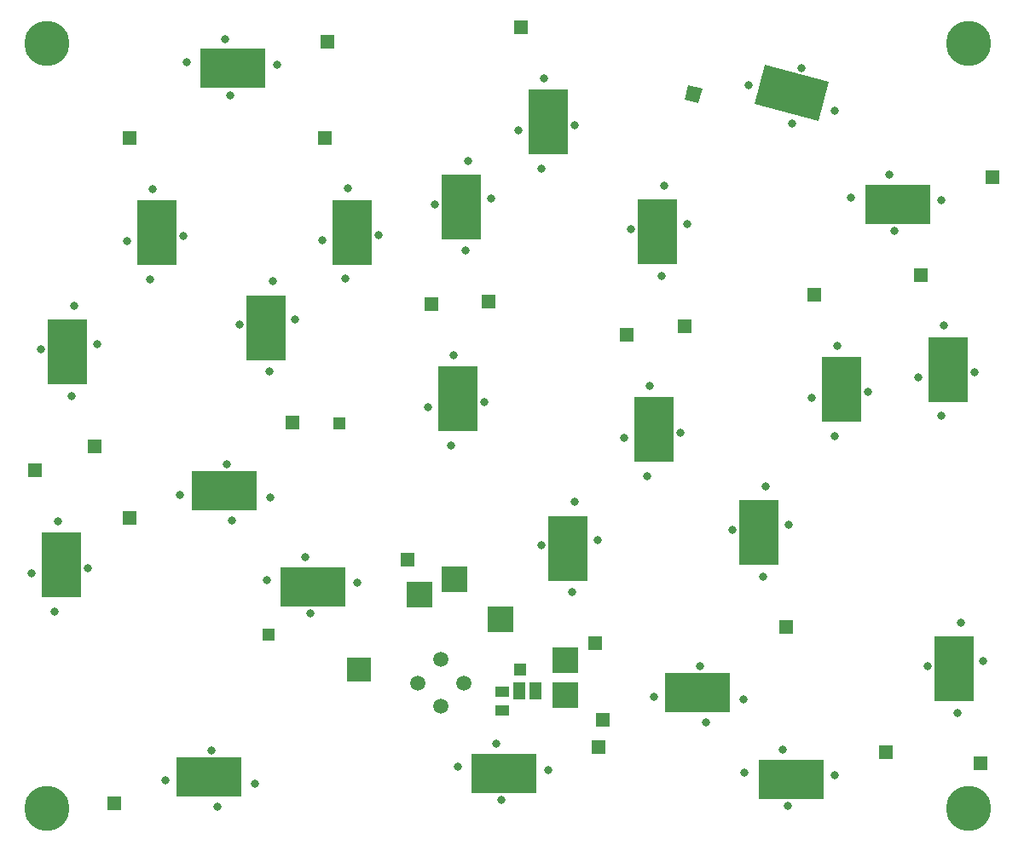
<source format=gts>
G75*
%MOIN*%
%OFA0B0*%
%FSLAX25Y25*%
%IPPOS*%
%LPD*%
%AMOC8*
5,1,8,0,0,1.08239X$1,22.5*
%
%ADD10R,0.05524X0.03950*%
%ADD11C,0.05950*%
%ADD12R,0.15800X0.25800*%
%ADD13R,0.05792X0.05792*%
%ADD14C,0.03162*%
%ADD15R,0.25800X0.15800*%
%ADD16R,0.05792X0.05792*%
%ADD17R,0.04737X0.06509*%
%ADD18R,0.04762X0.04762*%
%ADD19R,0.10249X0.10249*%
%ADD20C,0.17635*%
%ADD21R,0.09658X0.09658*%
D10*
X0225580Y0092981D03*
X0225580Y0100068D03*
D11*
X0210674Y0103650D03*
X0201643Y0094623D03*
X0192611Y0103650D03*
X0201643Y0112678D03*
D12*
X0251339Y0156320D03*
X0284702Y0202713D03*
X0325867Y0162383D03*
X0358087Y0218461D03*
X0399702Y0226335D03*
X0286221Y0280099D03*
X0243363Y0323107D03*
X0209646Y0289863D03*
X0166828Y0279957D03*
X0133111Y0242619D03*
X0090371Y0279721D03*
X0055631Y0233013D03*
X0053245Y0149721D03*
X0208206Y0214682D03*
X0402087Y0109154D03*
D13*
X0375461Y0076406D03*
X0412587Y0072154D03*
X0336367Y0125383D03*
X0261839Y0119320D03*
X0264910Y0089320D03*
X0263257Y0078650D03*
X0188611Y0151761D03*
X0143611Y0205619D03*
X0197706Y0251682D03*
X0220146Y0252863D03*
X0274202Y0239713D03*
X0296721Y0243099D03*
X0347587Y0255461D03*
X0389202Y0263335D03*
X0417115Y0301367D03*
X0232863Y0360107D03*
X0157351Y0354517D03*
X0156328Y0316957D03*
X0079871Y0316721D03*
X0066131Y0196013D03*
X0042745Y0186721D03*
X0079713Y0168335D03*
X0073887Y0056406D03*
D14*
X0093729Y0065383D03*
X0111997Y0077272D03*
X0129005Y0064280D03*
X0114044Y0055343D03*
X0150501Y0130894D03*
X0133493Y0143887D03*
X0148454Y0152824D03*
X0168769Y0142784D03*
X0134831Y0176209D03*
X0119871Y0167272D03*
X0099556Y0177312D03*
X0117824Y0189202D03*
X0134635Y0225461D03*
X0122745Y0243729D03*
X0135737Y0260737D03*
X0144674Y0245776D03*
X0164202Y0261839D03*
X0155265Y0276800D03*
X0177194Y0278847D03*
X0199280Y0290973D03*
X0212272Y0307981D03*
X0221209Y0293020D03*
X0211170Y0272706D03*
X0240737Y0304989D03*
X0231800Y0319950D03*
X0253729Y0321997D03*
X0241839Y0340265D03*
X0288847Y0298217D03*
X0297784Y0283257D03*
X0275855Y0281209D03*
X0287745Y0262942D03*
X0283178Y0219871D03*
X0295068Y0201603D03*
X0282076Y0184595D03*
X0273139Y0199556D03*
X0253965Y0174438D03*
X0262902Y0159477D03*
X0240973Y0157430D03*
X0252863Y0139162D03*
X0284753Y0098296D03*
X0303020Y0110186D03*
X0320028Y0097194D03*
X0305068Y0088257D03*
X0320343Y0068532D03*
X0335304Y0077469D03*
X0355619Y0067430D03*
X0337351Y0055540D03*
X0403611Y0091997D03*
X0391721Y0110265D03*
X0404713Y0127272D03*
X0413650Y0112312D03*
X0337430Y0165540D03*
X0328493Y0180501D03*
X0315501Y0163493D03*
X0327391Y0145225D03*
X0355461Y0200343D03*
X0346524Y0215304D03*
X0368454Y0217351D03*
X0388139Y0223178D03*
X0397076Y0208217D03*
X0410068Y0225225D03*
X0398178Y0243493D03*
X0356564Y0235619D03*
X0379005Y0280501D03*
X0361997Y0293493D03*
X0376957Y0302430D03*
X0397272Y0292391D03*
X0355586Y0327378D03*
X0338822Y0322617D03*
X0321798Y0337572D03*
X0342520Y0344329D03*
X0206682Y0231839D03*
X0218572Y0213572D03*
X0205580Y0196564D03*
X0196643Y0211524D03*
X0100737Y0278611D03*
X0087745Y0261603D03*
X0078808Y0276564D03*
X0088847Y0296879D03*
X0119241Y0333650D03*
X0102233Y0346643D03*
X0117194Y0355580D03*
X0137509Y0345540D03*
X0165304Y0297115D03*
X0067194Y0236170D03*
X0058257Y0251131D03*
X0045265Y0234123D03*
X0057154Y0215855D03*
X0051721Y0166879D03*
X0063611Y0148611D03*
X0050619Y0131603D03*
X0041682Y0146564D03*
X0208139Y0070776D03*
X0223099Y0079713D03*
X0243414Y0069674D03*
X0225146Y0057784D03*
D15*
X0226257Y0068150D03*
X0301910Y0099820D03*
X0338461Y0065906D03*
X0151611Y0141261D03*
X0116713Y0178835D03*
X0110887Y0066906D03*
X0380115Y0290867D03*
G36*
X0349180Y0323634D02*
X0324260Y0330311D01*
X0328350Y0345572D01*
X0353270Y0338895D01*
X0349180Y0323634D01*
G37*
X0120351Y0344017D03*
D16*
G36*
X0303854Y0336085D02*
X0302355Y0330492D01*
X0296762Y0331991D01*
X0298261Y0337584D01*
X0303854Y0336085D01*
G37*
D17*
X0238611Y0100658D03*
X0232154Y0100658D03*
D18*
X0232587Y0108729D03*
X0134162Y0122509D03*
X0161721Y0205186D03*
D19*
X0206997Y0144162D03*
X0193217Y0138257D03*
X0224713Y0128414D03*
X0250304Y0112666D03*
X0250304Y0098887D03*
D20*
X0047548Y0054595D03*
X0047548Y0353808D03*
X0407784Y0353808D03*
X0407784Y0054595D03*
D21*
X0169595Y0108729D03*
M02*

</source>
